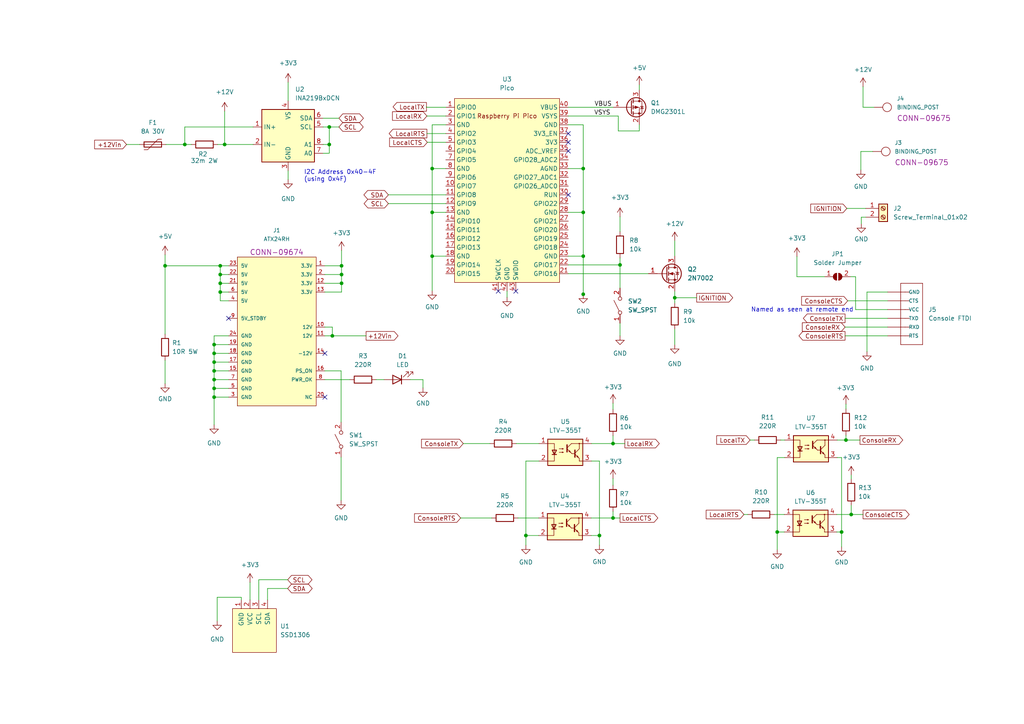
<source format=kicad_sch>
(kicad_sch (version 20211123) (generator eeschema)
  (paper "A4")
  (lib_symbols
    (symbol "+3V3_1" (power) (pin_names (offset 0))
      (property "Value" "+3V3_1" (at 0 3.556 0))
      (symbol "+3V3_1_0_1"
        (polyline (pts (xy -0.762 1.27) (xy 0 2.54)))
        (polyline (pts (xy 0 0) (xy 0 2.54)))
        (polyline (pts (xy 0 2.54) (xy 0.762 1.27)))
      )
      (symbol "+3V3_1_1_1"
        (pin power_in line (at 0 0 90) (length 0) hide (name "+3V3") (number "1"))
      )
    )
    (symbol "Analog_ADC:INA219BxDCN"
      (property "Reference" "U" (at -6.35 8.89 0))
      (property "Value" "INA219BxDCN" (at 6.35 8.89 0))
      (symbol "INA219BxDCN_0_1"
        (rectangle (start -7.62 7.62) (end 7.62 -7.62) (stroke (width 0.254)) (fill (type background)))
      )
      (symbol "INA219BxDCN_1_1"
        (pin input line (at -10.16 2.54 0) (length 2.54) (name "IN+") (number "1"))
        (pin input line (at -10.16 -2.54 0) (length 2.54) (name "IN-") (number "2"))
        (pin power_in line (at 0 -10.16 90) (length 2.54) (name "GND") (number "3"))
        (pin power_in line (at 0 10.16 270) (length 2.54) (name "VS") (number "4"))
        (pin input line (at 10.16 2.54 180) (length 2.54) (name "SCL") (number "5"))
        (pin bidirectional line (at 10.16 5.08 180) (length 2.54) (name "SDA") (number "6"))
        (pin input line (at 10.16 -5.08 180) (length 2.54) (name "A0") (number "7"))
        (pin input line (at 10.16 -2.54 180) (length 2.54) (name "A1") (number "8"))
      )
    )
    (symbol "Beirdo:FTDI_BASICPTH" (pin_numbers hide) (pin_names (offset 1.016))
      (property "Reference" "J" (at -5.08 10.922 0))
      (property "Value" "FTDI_BASICPTH" (at -5.08 -10.16 0))
      (symbol "FTDI_BASICPTH_1_0"
        (polyline (pts (xy -5.08 10.16) (xy -5.08 -7.62)))
        (polyline (pts (xy -5.08 10.16) (xy 1.27 10.16)))
        (polyline (pts (xy -1.27 -5.08) (xy 0 -5.08)))
        (polyline (pts (xy -1.27 -2.54) (xy 0 -2.54)))
        (polyline (pts (xy -1.27 0) (xy 0 0)))
        (polyline (pts (xy -1.27 2.54) (xy 0 2.54)))
        (polyline (pts (xy -1.27 5.08) (xy 0 5.08)))
        (polyline (pts (xy -1.27 7.62) (xy 0 7.62)))
        (polyline (pts (xy 1.27 -7.62) (xy -5.08 -7.62)))
        (polyline (pts (xy 1.27 -7.62) (xy 1.27 10.16)))
      )
      (symbol "FTDI_BASICPTH_1_1"
        (pin passive line (at 5.08 -5.08 180) (length 5.08) (name "GND") (number "1"))
        (pin passive line (at 5.08 -2.54 180) (length 5.08) (name "CTS") (number "2"))
        (pin passive line (at 5.08 0 180) (length 5.08) (name "VCC") (number "3"))
        (pin passive line (at 5.08 2.54 180) (length 5.08) (name "TXD") (number "4"))
        (pin passive line (at 5.08 5.08 180) (length 5.08) (name "RXD") (number "5"))
        (pin passive line (at 5.08 7.62 180) (length 5.08) (name "RTS") (number "6"))
      )
    )
    (symbol "Connector:Screw_Terminal_01x02" (pin_names (offset 1.016) hide)
      (property "Reference" "J" (at 0 2.54 0))
      (property "Value" "Screw_Terminal_01x02" (at 0 -5.08 0))
      (symbol "Screw_Terminal_01x02_1_1"
        (rectangle (start -1.27 1.27) (end 1.27 -3.81) (stroke (width 0.254)) (fill (type background)))
        (circle (center 0 -2.54) (radius 0.635) (stroke (width 0.1524)))
        (polyline (pts (xy -0.5334 -2.2098) (xy 0.3302 -3.048)) (stroke (width 0.1524)))
        (polyline (pts (xy -0.5334 0.3302) (xy 0.3302 -0.508)) (stroke (width 0.1524)))
        (polyline (pts (xy -0.3556 -2.032) (xy 0.508 -2.8702)) (stroke (width 0.1524)))
        (polyline (pts (xy -0.3556 0.508) (xy 0.508 -0.3302)) (stroke (width 0.1524)))
        (circle (center 0 0) (radius 0.635) (stroke (width 0.1524)))
        (pin passive line (at -5.08 0 0) (length 3.81) (name "Pin_1") (number "1"))
        (pin passive line (at -5.08 -2.54 0) (length 3.81) (name "Pin_2") (number "2"))
      )
    )
    (symbol "Device:LED" (pin_numbers hide) (pin_names (offset 1.016) hide)
      (property "Reference" "D" (at 0 2.54 0))
      (property "Value" "LED" (at 0 -2.54 0))
      (symbol "LED_0_1"
        (polyline (pts (xy -1.27 -1.27) (xy -1.27 1.27)) (stroke (width 0.254)))
        (polyline (pts (xy -1.27 0) (xy 1.27 0)))
        (polyline (pts (xy 1.27 -1.27) (xy 1.27 1.27) (xy -1.27 0) (xy 1.27 -1.27)) (stroke (width 0.254)))
        (polyline (pts (xy -3.048 -0.762) (xy -4.572 -2.286) (xy -3.81 -2.286) (xy -4.572 -2.286) (xy -4.572 -1.524)))
        (polyline (pts (xy -1.778 -0.762) (xy -3.302 -2.286) (xy -2.54 -2.286) (xy -3.302 -2.286) (xy -3.302 -1.524)))
      )
      (symbol "LED_1_1"
        (pin passive line (at -3.81 0 0) (length 2.54) (name "K") (number "1"))
        (pin passive line (at 3.81 0 180) (length 2.54) (name "A") (number "2"))
      )
    )
    (symbol "Device:Polyfuse" (pin_numbers hide) (pin_names (offset 0))
      (property "Reference" "F" (at -2.54 0 90))
      (property "Value" "Polyfuse" (at 2.54 0 90))
      (symbol "Polyfuse_0_1"
        (rectangle (start -0.762 2.54) (end 0.762 -2.54) (stroke (width 0.254)))
        (polyline (pts (xy 0 2.54) (xy 0 -2.54)))
        (polyline (pts (xy -1.524 2.54) (xy -1.524 1.524) (xy 1.524 -1.524) (xy 1.524 -2.54)))
      )
      (symbol "Polyfuse_1_1"
        (pin passive line (at 0 3.81 270) (length 1.27) (name "~") (number "1"))
        (pin passive line (at 0 -3.81 90) (length 1.27) (name "~") (number "2"))
      )
    )
    (symbol "Device:R" (pin_numbers hide) (pin_names (offset 0))
      (property "Reference" "R" (at 2.032 0 90))
      (property "Value" "R" (at 0 0 90))
      (symbol "R_0_1"
        (rectangle (start -1.016 -2.54) (end 1.016 2.54) (stroke (width 0.254)))
      )
      (symbol "R_1_1"
        (pin passive line (at 0 3.81 270) (length 1.27) (name "~") (number "1"))
        (pin passive line (at 0 -3.81 90) (length 1.27) (name "~") (number "2"))
      )
    )
    (symbol "GND_1" (power) (pin_names (offset 0))
      (property "Value" "GND_1" (at 0 -3.81 0))
      (symbol "GND_1_0_1"
        (polyline (pts (xy 0 0) (xy 0 -1.27) (xy 1.27 -1.27) (xy 0 -2.54) (xy -1.27 -1.27) (xy 0 -1.27)))
      )
      (symbol "GND_1_1_1"
        (pin power_in line (at 0 0 270) (length 0) hide (name "GND") (number "1"))
      )
    )
    (symbol "GND_8" (power) (pin_names (offset 0))
      (property "Value" "GND_8" (at 0 -3.81 0))
      (symbol "GND_8_0_1"
        (polyline (pts (xy 0 0) (xy 0 -1.27) (xy 1.27 -1.27) (xy 0 -2.54) (xy -1.27 -1.27) (xy 0 -1.27)))
      )
      (symbol "GND_8_1_1"
        (pin power_in line (at 0 0 270) (length 0) hide (name "GND") (number "1"))
      )
    )
    (symbol "Isolator:LTV-355T" (pin_names (offset 1.016))
      (property "Reference" "U" (at -5.334 4.826 0))
      (property "Value" "LTV-355T" (at 0 5.08 0))
      (symbol "LTV-355T_0_1"
        (rectangle (start -5.08 3.81) (end 5.08 -3.81) (stroke (width 0.254)) (fill (type background)))
        (polyline (pts (xy -3.81 -0.635) (xy -2.54 -0.635)) (stroke (width 0.254)))
        (polyline (pts (xy 0.508 1.016) (xy 1.905 -0.381)))
        (polyline (pts (xy 0.508 1.27) (xy 1.778 2.54)))
        (polyline (pts (xy 0.508 2.159) (xy 0.508 0.127)) (stroke (width 0.3556)))
        (polyline (pts (xy 1.778 2.54) (xy 5.08 2.54)))
        (polyline (pts (xy 2.794 -0.508) (xy 4.064 -1.778)))
        (polyline (pts (xy 2.794 -0.381) (xy 1.905 -0.381)))
        (polyline (pts (xy 2.794 -0.254) (xy 4.064 1.016)))
        (polyline (pts (xy 4.064 -2.54) (xy 5.08 -2.54)))
        (polyline (pts (xy 4.064 -1.778) (xy 4.064 -2.54)))
        (polyline (pts (xy 4.064 1.016) (xy 4.064 2.54)))
        (polyline (pts (xy -5.08 2.54) (xy -3.175 2.54) (xy -3.175 -0.762)))
        (polyline (pts (xy -3.175 -0.635) (xy -3.175 -2.54) (xy -5.08 -2.54)))
        (polyline (pts (xy 2.794 0.635) (xy 2.794 -1.397) (xy 2.794 -1.397)) (stroke (width 0.3556)))
        (polyline (pts (xy -3.175 -0.635) (xy -3.81 0.635) (xy -2.54 0.635) (xy -3.175 -0.635)) (stroke (width 0.254)))
        (polyline (pts (xy 1.524 0) (xy 1.27 0.508) (xy 1.016 0.254) (xy 1.524 0)))
        (polyline (pts (xy 3.81 -1.524) (xy 3.556 -1.016) (xy 3.302 -1.27) (xy 3.81 -1.524)))
        (polyline (pts (xy -1.778 0) (xy -0.508 0) (xy -0.889 -0.127) (xy -0.889 0.127) (xy -0.508 0)))
        (polyline (pts (xy -1.778 1.016) (xy -0.508 1.016) (xy -0.889 0.889) (xy -0.889 1.143) (xy -0.508 1.016)))
        (circle (center 4.064 2.54) (radius 0.127))
      )
      (symbol "LTV-355T_1_1"
        (pin passive line (at -7.62 2.54 0) (length 2.54) (name "~") (number "1"))
        (pin passive line (at -7.62 -2.54 0) (length 2.54) (name "~") (number "2"))
        (pin passive line (at 7.62 -2.54 180) (length 2.54) (name "~") (number "3"))
        (pin passive line (at 7.62 2.54 180) (length 2.54) (name "~") (number "4"))
      )
    )
    (symbol "Jumper:SolderJumper_2_Open" (pin_names (offset 0) hide)
      (property "Reference" "JP" (at 0 2.032 0))
      (property "Value" "SolderJumper_2_Open" (at 0 -2.54 0))
      (symbol "SolderJumper_2_Open_0_1"
        (arc (start -0.254 1.016) (mid -1.27 0) (end -0.254 -1.016))
        (arc (start -0.254 1.016) (mid -1.27 0) (end -0.254 -1.016) (fill (type outline)))
        (polyline (pts (xy -0.254 1.016) (xy -0.254 -1.016)))
        (polyline (pts (xy 0.254 1.016) (xy 0.254 -1.016)))
        (arc (start 0.254 -1.016) (mid 1.27 0) (end 0.254 1.016))
        (arc (start 0.254 -1.016) (mid 1.27 0) (end 0.254 1.016) (fill (type outline)))
      )
      (symbol "SolderJumper_2_Open_1_1"
        (pin passive line (at -3.81 0 0) (length 2.54) (name "A") (number "1"))
        (pin passive line (at 3.81 0 180) (length 2.54) (name "B") (number "2"))
      )
    )
    (symbol "MCU_RaspberryPi_and_Boards:Pico"
      (property "Reference" "U" (at -13.97 27.94 0))
      (property "Value" "Pico" (at 0 19.05 0))
      (symbol "Pico_0_0"
        (text "Raspberry Pi Pico" (at 0 21.59 0) (effects (font (size 1.27 1.27))))
      )
      (symbol "Pico_0_1"
        (rectangle (start -15.24 26.67) (end 15.24 -26.67) (fill (type background)))
      )
      (symbol "Pico_1_1"
        (pin bidirectional line (at -17.78 24.13 0) (length 2.54) (name "GPIO0") (number "1"))
        (pin bidirectional line (at -17.78 1.27 0) (length 2.54) (name "GPIO7") (number "10"))
        (pin bidirectional line (at -17.78 -1.27 0) (length 2.54) (name "GPIO8") (number "11"))
        (pin bidirectional line (at -17.78 -3.81 0) (length 2.54) (name "GPIO9") (number "12"))
        (pin power_in line (at -17.78 -6.35 0) (length 2.54) (name "GND") (number "13"))
        (pin bidirectional line (at -17.78 -8.89 0) (length 2.54) (name "GPIO10") (number "14"))
        (pin bidirectional line (at -17.78 -11.43 0) (length 2.54) (name "GPIO11") (number "15"))
        (pin bidirectional line (at -17.78 -13.97 0) (length 2.54) (name "GPIO12") (number "16"))
        (pin bidirectional line (at -17.78 -16.51 0) (length 2.54) (name "GPIO13") (number "17"))
        (pin power_in line (at -17.78 -19.05 0) (length 2.54) (name "GND") (number "18"))
        (pin bidirectional line (at -17.78 -21.59 0) (length 2.54) (name "GPIO14") (number "19"))
        (pin bidirectional line (at -17.78 21.59 0) (length 2.54) (name "GPIO1") (number "2"))
        (pin bidirectional line (at -17.78 -24.13 0) (length 2.54) (name "GPIO15") (number "20"))
        (pin bidirectional line (at 17.78 -24.13 180) (length 2.54) (name "GPIO16") (number "21"))
        (pin bidirectional line (at 17.78 -21.59 180) (length 2.54) (name "GPIO17") (number "22"))
        (pin power_in line (at 17.78 -19.05 180) (length 2.54) (name "GND") (number "23"))
        (pin bidirectional line (at 17.78 -16.51 180) (length 2.54) (name "GPIO18") (number "24"))
        (pin bidirectional line (at 17.78 -13.97 180) (length 2.54) (name "GPIO19") (number "25"))
        (pin bidirectional line (at 17.78 -11.43 180) (length 2.54) (name "GPIO20") (number "26"))
        (pin bidirectional line (at 17.78 -8.89 180) (length 2.54) (name "GPIO21") (number "27"))
        (pin power_in line (at 17.78 -6.35 180) (length 2.54) (name "GND") (number "28"))
        (pin bidirectional line (at 17.78 -3.81 180) (length 2.54) (name "GPIO22") (number "29"))
        (pin power_in line (at -17.78 19.05 0) (length 2.54) (name "GND") (number "3"))
        (pin input line (at 17.78 -1.27 180) (length 2.54) (name "RUN") (number "30"))
        (pin bidirectional line (at 17.78 1.27 180) (length 2.54) (name "GPIO26_ADC0") (number "31"))
        (pin bidirectional line (at 17.78 3.81 180) (length 2.54) (name "GPIO27_ADC1") (number "32"))
        (pin power_in line (at 17.78 6.35 180) (length 2.54) (name "AGND") (number "33"))
        (pin bidirectional line (at 17.78 8.89 180) (length 2.54) (name "GPIO28_ADC2") (number "34"))
        (pin power_in line (at 17.78 11.43 180) (length 2.54) (name "ADC_VREF") (number "35"))
        (pin power_in line (at 17.78 13.97 180) (length 2.54) (name "3V3") (number "36"))
        (pin input line (at 17.78 16.51 180) (length 2.54) (name "3V3_EN") (number "37"))
        (pin bidirectional line (at 17.78 19.05 180) (length 2.54) (name "GND") (number "38"))
        (pin power_in line (at 17.78 21.59 180) (length 2.54) (name "VSYS") (number "39"))
        (pin bidirectional line (at -17.78 16.51 0) (length 2.54) (name "GPIO2") (number "4"))
        (pin power_in line (at 17.78 24.13 180) (length 2.54) (name "VBUS") (number "40"))
        (pin input line (at -2.54 -29.21 90) (length 2.54) (name "SWCLK") (number "41"))
        (pin power_in line (at 0 -29.21 90) (length 2.54) (name "GND") (number "42"))
        (pin bidirectional line (at 2.54 -29.21 90) (length 2.54) (name "SWDIO") (number "43"))
        (pin bidirectional line (at -17.78 13.97 0) (length 2.54) (name "GPIO3") (number "5"))
        (pin bidirectional line (at -17.78 11.43 0) (length 2.54) (name "GPIO4") (number "6"))
        (pin bidirectional line (at -17.78 8.89 0) (length 2.54) (name "GPIO5") (number "7"))
        (pin power_in line (at -17.78 6.35 0) (length 2.54) (name "GND") (number "8"))
        (pin bidirectional line (at -17.78 3.81 0) (length 2.54) (name "GPIO6") (number "9"))
      )
    )
    (symbol "SSD1306-128x64_OLED:SSD1306" (pin_names (offset 1.016))
      (property "Reference" "Brd" (at 0 -3.81 0))
      (property "Value" "SSD1306" (at 0 -1.27 0))
      (symbol "SSD1306_0_1"
        (rectangle (start -6.35 6.35) (end 6.35 -6.35) (fill (type background)))
      )
      (symbol "SSD1306_1_1"
        (pin input line (at -3.81 8.89 270) (length 2.54) (name "GND") (number "1"))
        (pin input line (at -1.27 8.89 270) (length 2.54) (name "VCC") (number "2"))
        (pin input line (at 1.27 8.89 270) (length 2.54) (name "SCL") (number "3"))
        (pin input line (at 3.81 8.89 270) (length 2.54) (name "SDA") (number "4"))
      )
    )
    (symbol "SparkFun-Connectors:ATX24RH" (pin_names (offset 1.016))
      (property "Reference" "J" (at -11.43 21.59 0))
      (property "Value" "ATX24RH" (at -11.43 -25.4 0))
      (property "Field4" "CONN-09674" (at 0 25.4 0))
      (symbol "ATX24RH_1_1"
        (polyline (pts (xy -11.43 -22.86) (xy -11.43 20.32) (xy 11.43 20.32) (xy 11.43 -22.86) (xy -11.43 -22.86)) (fill (type background)))
        (pin bidirectional line (at 13.97 17.78 180) (length 2.54) (name "3.3V") (number "1"))
        (pin bidirectional line (at 13.97 0 180) (length 2.54) (name "12V") (number "10"))
        (pin bidirectional line (at 13.97 -2.54 180) (length 2.54) (name "12V") (number "11"))
        (pin bidirectional line (at 13.97 12.7 180) (length 2.54) (name "3.3V") (number "12"))
        (pin bidirectional line (at 13.97 10.16 180) (length 2.54) (name "3.3V") (number "13"))
        (pin bidirectional line (at 13.97 -7.62 180) (length 2.54) (name "-12V") (number "14"))
        (pin bidirectional line (at -13.97 -12.7 0) (length 2.54) (name "GND") (number "15"))
        (pin bidirectional line (at 13.97 -12.7 180) (length 2.54) (name "PS_ON") (number "16"))
        (pin bidirectional line (at -13.97 -10.16 0) (length 2.54) (name "GND") (number "17"))
        (pin bidirectional line (at -13.97 -7.62 0) (length 2.54) (name "GND") (number "18"))
        (pin bidirectional line (at -13.97 -5.08 0) (length 2.54) (name "GND") (number "19"))
        (pin bidirectional line (at 13.97 15.24 180) (length 2.54) (name "3.3V") (number "2"))
        (pin bidirectional line (at 13.97 -20.32 180) (length 2.54) (name "NC") (number "20"))
        (pin bidirectional line (at -13.97 12.7 0) (length 2.54) (name "5V") (number "21"))
        (pin bidirectional line (at -13.97 15.24 0) (length 2.54) (name "5V") (number "22"))
        (pin bidirectional line (at -13.97 17.78 0) (length 2.54) (name "5V") (number "23"))
        (pin bidirectional line (at -13.97 -2.54 0) (length 2.54) (name "GND") (number "24"))
        (pin bidirectional line (at -13.97 -20.32 0) (length 2.54) (name "GND") (number "3"))
        (pin bidirectional line (at -13.97 7.62 0) (length 2.54) (name "5V") (number "4"))
        (pin bidirectional line (at -13.97 -17.78 0) (length 2.54) (name "GND") (number "5"))
        (pin bidirectional line (at -13.97 10.16 0) (length 2.54) (name "5V") (number "6"))
        (pin bidirectional line (at -13.97 -15.24 0) (length 2.54) (name "GND") (number "7"))
        (pin bidirectional line (at 13.97 -15.24 180) (length 2.54) (name "PWR_OK") (number "8"))
        (pin bidirectional line (at -13.97 2.54 0) (length 2.54) (name "5V_STDBY") (number "9"))
      )
    )
    (symbol "SparkFun-Connectors:BINDING_POST" (pin_numbers hide) (pin_names (offset 1.016) hide)
      (property "Reference" "J" (at -2.54 2.54 0))
      (property "Value" "BINDING_POST" (at -2.54 -3.81 0))
      (property "Field4" "CONN-09675" (at 0 6.35 0))
      (symbol "BINDING_POST_1_1"
        (circle (center 0 0) (radius 1.27))
        (pin bidirectional line (at -3.81 0 0) (length 2.54) (name "P$1") (number "P$1"))
      )
    )
    (symbol "Switch:SW_SPST" (pin_names (offset 0) hide)
      (property "Reference" "SW" (at 0 3.175 0))
      (property "Value" "SW_SPST" (at 0 -2.54 0))
      (symbol "SW_SPST_0_0"
        (circle (center -2.032 0) (radius 0.508))
        (polyline (pts (xy -1.524 0.254) (xy 1.524 1.778)))
        (circle (center 2.032 0) (radius 0.508))
      )
      (symbol "SW_SPST_1_1"
        (pin passive line (at -5.08 0 0) (length 2.54) (name "A") (number "1"))
        (pin passive line (at 5.08 0 180) (length 2.54) (name "B") (number "2"))
      )
    )
    (symbol "Transistor_FET:2N7002" (pin_names hide)
      (property "Reference" "Q" (at 5.08 1.905 0))
      (property "Value" "2N7002" (at 5.08 0 0))
      (symbol "2N7002_0_1"
        (polyline (pts (xy 0.254 0) (xy -2.54 0)))
        (polyline (pts (xy 0.254 1.905) (xy 0.254 -1.905)) (stroke (width 0.254)))
        (polyline (pts (xy 0.762 -1.27) (xy 0.762 -2.286)) (stroke (width 0.254)))
        (polyline (pts (xy 0.762 0.508) (xy 0.762 -0.508)) (stroke (width 0.254)))
        (polyline (pts (xy 0.762 2.286) (xy 0.762 1.27)) (stroke (width 0.254)))
        (polyline (pts (xy 2.54 2.54) (xy 2.54 1.778)))
        (polyline (pts (xy 2.54 -2.54) (xy 2.54 0) (xy 0.762 0)))
        (polyline (pts (xy 0.762 -1.778) (xy 3.302 -1.778) (xy 3.302 1.778) (xy 0.762 1.778)))
        (polyline (pts (xy 1.016 0) (xy 2.032 0.381) (xy 2.032 -0.381) (xy 1.016 0)) (fill (type outline)))
        (polyline (pts (xy 2.794 0.508) (xy 2.921 0.381) (xy 3.683 0.381) (xy 3.81 0.254)))
        (polyline (pts (xy 3.302 0.381) (xy 2.921 -0.254) (xy 3.683 -0.254) (xy 3.302 0.381)))
        (circle (center 1.651 0) (radius 2.794) (stroke (width 0.254)))
        (circle (center 2.54 -1.778) (radius 0.254) (fill (type outline)))
        (circle (center 2.54 1.778) (radius 0.254) (fill (type outline)))
      )
      (symbol "2N7002_1_1"
        (pin input line (at -5.08 0 0) (length 2.54) (name "G") (number "1"))
        (pin passive line (at 2.54 -5.08 90) (length 2.54) (name "S") (number "2"))
        (pin passive line (at 2.54 5.08 270) (length 2.54) (name "D") (number "3"))
      )
    )
    (symbol "Transistor_FET:DMG2301L" (pin_names hide)
      (property "Reference" "Q" (at 5.08 1.905 0))
      (property "Value" "DMG2301L" (at 5.08 0 0))
      (symbol "DMG2301L_0_1"
        (polyline (pts (xy 0.254 0) (xy -2.54 0)))
        (polyline (pts (xy 0.254 1.905) (xy 0.254 -1.905)) (stroke (width 0.254)))
        (polyline (pts (xy 0.762 -1.27) (xy 0.762 -2.286)) (stroke (width 0.254)))
        (polyline (pts (xy 0.762 0.508) (xy 0.762 -0.508)) (stroke (width 0.254)))
        (polyline (pts (xy 0.762 2.286) (xy 0.762 1.27)) (stroke (width 0.254)))
        (polyline (pts (xy 2.54 2.54) (xy 2.54 1.778)))
        (polyline (pts (xy 2.54 -2.54) (xy 2.54 0) (xy 0.762 0)))
        (polyline (pts (xy 0.762 1.778) (xy 3.302 1.778) (xy 3.302 -1.778) (xy 0.762 -1.778)))
        (polyline (pts (xy 2.286 0) (xy 1.27 0.381) (xy 1.27 -0.381) (xy 2.286 0)) (fill (type outline)))
        (polyline (pts (xy 2.794 -0.508) (xy 2.921 -0.381) (xy 3.683 -0.381) (xy 3.81 -0.254)))
        (polyline (pts (xy 3.302 -0.381) (xy 2.921 0.254) (xy 3.683 0.254) (xy 3.302 -0.381)))
        (circle (center 1.651 0) (radius 2.794) (stroke (width 0.254)))
        (circle (center 2.54 -1.778) (radius 0.254) (fill (type outline)))
        (circle (center 2.54 1.778) (radius 0.254) (fill (type outline)))
      )
      (symbol "DMG2301L_1_1"
        (pin input line (at -5.08 0 0) (length 2.54) (name "G") (number "1"))
        (pin passive line (at 2.54 -5.08 90) (length 2.54) (name "S") (number "2"))
        (pin passive line (at 2.54 5.08 270) (length 2.54) (name "D") (number "3"))
      )
    )
    (symbol "power:+12V" (power) (pin_names (offset 0))
      (property "Value" "+12V" (at 0 3.556 0))
      (symbol "+12V_0_1"
        (polyline (pts (xy -0.762 1.27) (xy 0 2.54)))
        (polyline (pts (xy 0 0) (xy 0 2.54)))
        (polyline (pts (xy 0 2.54) (xy 0.762 1.27)))
      )
      (symbol "+12V_1_1"
        (pin power_in line (at 0 0 90) (length 0) hide (name "+12V") (number "1"))
      )
    )
    (symbol "power:+3V3" (power) (pin_names (offset 0))
      (property "Value" "+3V3" (at 0 3.556 0))
      (symbol "+3V3_0_1"
        (polyline (pts (xy -0.762 1.27) (xy 0 2.54)))
        (polyline (pts (xy 0 0) (xy 0 2.54)))
        (polyline (pts (xy 0 2.54) (xy 0.762 1.27)))
      )
      (symbol "+3V3_1_1"
        (pin power_in line (at 0 0 90) (length 0) hide (name "+3V3") (number "1"))
      )
    )
    (symbol "power:+5V" (power) (pin_names (offset 0))
      (property "Value" "+5V" (at 0 3.556 0))
      (symbol "+5V_0_1"
        (polyline (pts (xy -0.762 1.27) (xy 0 2.54)))
        (polyline (pts (xy 0 0) (xy 0 2.54)))
        (polyline (pts (xy 0 2.54) (xy 0.762 1.27)))
      )
      (symbol "+5V_1_1"
        (pin power_in line (at 0 0 90) (length 0) hide (name "+5V") (number "1"))
      )
    )
    (symbol "power:GND" (power) (pin_names (offset 0))
      (property "Value" "GND" (at 0 -3.81 0))
      (symbol "GND_0_1"
        (polyline (pts (xy 0 0) (xy 0 -1.27) (xy 1.27 -1.27) (xy 0 -2.54) (xy -1.27 -1.27) (xy 0 -1.27)))
      )
      (symbol "GND_1_1"
        (pin power_in line (at 0 0 270) (length 0) hide (name "GND") (number "1"))
      )
    )
  )
  (junction (at 246.888 149.225))
  (junction (at 99.06 79.629))
  (junction (at 173.863 155.321))
  (junction (at 95.504 41.91))
  (junction (at 63.881 84.709))
  (junction (at 63.881 77.089))
  (junction (at 99.06 77.089))
  (junction (at 125.349 48.895))
  (junction (at 179.832 76.835))
  (junction (at 177.8 150.241))
  (junction (at 47.879 77.089))
  (junction (at 125.349 61.595))
  (junction (at 63.881 79.629))
  (junction (at 95.504 36.83))
  (junction (at 62.103 107.569))
  (junction (at 62.103 112.649))
  (junction (at 62.103 105.029))
  (junction (at 195.707 86.36))
  (junction (at 244.094 154.305))
  (junction (at 62.103 99.949))
  (junction (at 62.103 110.109))
  (junction (at 53.594 41.91))
  (junction (at 245.364 127.635))
  (junction (at 96.393 97.409))
  (junction (at 152.527 155.321))
  (junction (at 225.425 154.305))
  (junction (at 62.103 115.189))
  (junction (at 169.164 61.595))
  (junction (at 169.164 74.295))
  (junction (at 169.164 48.895))
  (junction (at 177.8 128.651))
  (junction (at 169.164 85.344))
  (junction (at 99.06 82.169))
  (junction (at 62.103 102.489))
  (junction (at 63.881 82.169))
  (junction (at 65.151 41.91))
  (junction (at 125.349 74.295))
  (no_connect (at 164.846 43.815))
  (no_connect (at 149.606 84.455))
  (no_connect (at 164.846 38.735))
  (no_connect (at 66.294 92.329))
  (no_connect (at 164.846 56.515))
  (no_connect (at 94.234 102.489))
  (no_connect (at 164.846 41.275))
  (no_connect (at 94.234 115.189))
  (no_connect (at 144.526 84.455))
  (wire (pts (xy 173.863 133.731) (xy 173.863 155.321)))
  (wire (pts (xy 123.952 41.275) (xy 129.286 41.275)))
  (wire (pts (xy 94.234 77.089) (xy 99.06 77.089)))
  (wire (pts (xy 164.846 79.375) (xy 188.087 79.375)))
  (wire (pts (xy 98.933 107.569) (xy 94.234 107.569)))
  (wire (pts (xy 248.158 89.789) (xy 248.158 80.264)))
  (wire (pts (xy 179.324 37.973) (xy 185.42 37.973)))
  (wire (pts (xy 239.141 80.264) (xy 231.14 80.264)))
  (wire (pts (xy 250.317 25.146) (xy 250.317 31.115)))
  (wire (pts (xy 171.577 133.731) (xy 173.863 133.731)))
  (wire (pts (xy 99.06 79.629) (xy 99.06 82.169)))
  (wire (pts (xy 95.504 44.45) (xy 95.504 41.91)))
  (wire (pts (xy 122.682 110.109) (xy 118.999 110.109)))
  (wire (pts (xy 125.349 36.195) (xy 125.349 48.895)))
  (wire (pts (xy 245.11 94.869) (xy 257.429 94.869)))
  (wire (pts (xy 152.527 155.321) (xy 152.527 133.731)))
  (wire (pts (xy 95.504 41.91) (xy 95.504 36.83)))
  (wire (pts (xy 94.234 82.169) (xy 99.06 82.169)))
  (wire (pts (xy 169.164 85.471) (xy 169.164 85.344)))
  (wire (pts (xy 246.888 149.225) (xy 250.317 149.225)))
  (wire (pts (xy 62.103 107.569) (xy 66.294 107.569)))
  (wire (pts (xy 225.425 154.305) (xy 227.457 154.305)))
  (wire (pts (xy 242.697 149.225) (xy 246.888 149.225)))
  (wire (pts (xy 152.527 158.115) (xy 152.527 155.321)))
  (wire (pts (xy 225.425 132.715) (xy 227.584 132.715)))
  (wire (pts (xy 53.594 41.91) (xy 55.499 41.91)))
  (wire (pts (xy 224.536 149.225) (xy 227.457 149.225)))
  (wire (pts (xy 246.888 149.225) (xy 246.888 146.558)))
  (wire (pts (xy 93.726 36.83) (xy 95.504 36.83)))
  (wire (pts (xy 125.349 74.295) (xy 125.349 84.328)))
  (wire (pts (xy 129.286 48.895) (xy 125.349 48.895)))
  (wire (pts (xy 47.879 96.901) (xy 47.879 77.089)))
  (wire (pts (xy 94.234 97.409) (xy 96.393 97.409)))
  (wire (pts (xy 66.294 79.629) (xy 63.881 79.629)))
  (wire (pts (xy 62.103 115.189) (xy 62.103 112.649)))
  (wire (pts (xy 195.707 84.455) (xy 195.707 86.36)))
  (wire (pts (xy 75.057 173.99) (xy 75.057 168.148)))
  (wire (pts (xy 63.881 77.089) (xy 66.294 77.089)))
  (wire (pts (xy 242.697 154.305) (xy 244.094 154.305)))
  (wire (pts (xy 246.888 137.795) (xy 246.888 138.938)))
  (wire (pts (xy 242.824 132.715) (xy 244.094 132.715)))
  (wire (pts (xy 251.46 84.709) (xy 257.429 84.709)))
  (wire (pts (xy 69.977 173.99) (xy 69.977 173.228)))
  (wire (pts (xy 94.234 84.709) (xy 99.06 84.709)))
  (wire (pts (xy 133.604 150.241) (xy 142.621 150.241)))
  (wire (pts (xy 179.324 33.655) (xy 179.324 37.973)))
  (wire (pts (xy 179.832 93.726) (xy 179.832 97.409)))
  (wire (pts (xy 94.234 110.109) (xy 101.473 110.109)))
  (wire (pts (xy 249.682 49.276) (xy 249.682 43.942)))
  (wire (pts (xy 109.093 110.109) (xy 111.379 110.109)))
  (wire (pts (xy 77.597 170.688) (xy 77.597 173.99)))
  (wire (pts (xy 177.8 138.811) (xy 177.8 140.716)))
  (wire (pts (xy 244.094 132.715) (xy 244.094 154.305)))
  (wire (pts (xy 99.06 77.089) (xy 99.06 79.629)))
  (wire (pts (xy 242.824 127.635) (xy 245.364 127.635)))
  (wire (pts (xy 245.11 97.409) (xy 257.429 97.409)))
  (wire (pts (xy 62.103 99.949) (xy 62.103 97.409)))
  (wire (pts (xy 185.42 24.638) (xy 185.42 26.035)))
  (wire (pts (xy 123.698 30.988) (xy 123.698 31.115)))
  (wire (pts (xy 53.594 36.83) (xy 53.594 41.91)))
  (wire (pts (xy 169.164 74.295) (xy 169.164 61.595)))
  (wire (pts (xy 129.286 31.115) (xy 123.698 31.115)))
  (wire (pts (xy 63.881 84.709) (xy 63.881 87.249)))
  (wire (pts (xy 96.393 94.869) (xy 96.393 97.409)))
  (wire (pts (xy 181.229 128.651) (xy 177.8 128.651)))
  (wire (pts (xy 164.846 74.295) (xy 169.164 74.295)))
  (wire (pts (xy 245.364 127.635) (xy 249.428 127.635)))
  (wire (pts (xy 250.317 31.115) (xy 253.492 31.115)))
  (wire (pts (xy 171.45 150.241) (xy 177.8 150.241)))
  (wire (pts (xy 173.863 155.321) (xy 173.863 158.115)))
  (wire (pts (xy 169.164 36.195) (xy 169.164 48.895)))
  (wire (pts (xy 93.726 44.45) (xy 95.504 44.45)))
  (wire (pts (xy 195.707 86.36) (xy 202.057 86.36)))
  (wire (pts (xy 179.832 74.803) (xy 179.832 76.835)))
  (wire (pts (xy 48.133 41.91) (xy 53.594 41.91)))
  (wire (pts (xy 63.881 82.169) (xy 63.881 84.709)))
  (wire (pts (xy 47.879 73.914) (xy 47.879 77.089)))
  (wire (pts (xy 99.06 72.644) (xy 99.06 77.089)))
  (wire (pts (xy 93.726 41.91) (xy 95.504 41.91)))
  (wire (pts (xy 244.094 154.305) (xy 244.094 158.623)))
  (wire (pts (xy 195.707 69.85) (xy 195.707 74.295)))
  (wire (pts (xy 249.809 62.992) (xy 251.079 62.992)))
  (wire (pts (xy 152.527 133.731) (xy 156.337 133.731)))
  (wire (pts (xy 62.103 112.649) (xy 66.294 112.649)))
  (wire (pts (xy 95.504 36.83) (xy 98.298 36.83)))
  (wire (pts (xy 62.103 105.029) (xy 62.103 102.489)))
  (wire (pts (xy 62.103 105.029) (xy 66.294 105.029)))
  (wire (pts (xy 245.364 117.221) (xy 245.364 118.618)))
  (wire (pts (xy 47.879 104.521) (xy 47.879 111.252)))
  (wire (pts (xy 93.726 34.29) (xy 98.298 34.29)))
  (wire (pts (xy 94.234 79.629) (xy 99.06 79.629)))
  (wire (pts (xy 147.066 84.455) (xy 147.066 86.233)))
  (wire (pts (xy 47.879 77.089) (xy 63.881 77.089)))
  (wire (pts (xy 164.846 48.895) (xy 169.164 48.895)))
  (wire (pts (xy 177.8 150.241) (xy 179.832 150.241)))
  (wire (pts (xy 177.8 148.336) (xy 177.8 150.241)))
  (wire (pts (xy 248.158 89.789) (xy 257.429 89.789)))
  (wire (pts (xy 125.349 61.595) (xy 125.349 74.295)))
  (wire (pts (xy 62.992 173.228) (xy 62.992 180.086)))
  (wire (pts (xy 177.8 126.365) (xy 177.8 128.651)))
  (wire (pts (xy 169.164 85.344) (xy 169.164 74.295)))
  (wire (pts (xy 125.349 48.895) (xy 125.349 61.595)))
  (wire (pts (xy 62.103 107.569) (xy 62.103 105.029)))
  (wire (pts (xy 164.846 31.115) (xy 177.8 31.115)))
  (wire (pts (xy 66.294 84.709) (xy 63.881 84.709)))
  (wire (pts (xy 62.103 102.489) (xy 62.103 99.949)))
  (wire (pts (xy 225.425 159.385) (xy 225.425 154.305)))
  (wire (pts (xy 149.733 128.651) (xy 156.337 128.651)))
  (wire (pts (xy 63.881 79.629) (xy 63.881 77.089)))
  (wire (pts (xy 150.241 150.241) (xy 156.21 150.241)))
  (wire (pts (xy 134.366 128.651) (xy 142.113 128.651)))
  (wire (pts (xy 129.286 61.595) (xy 125.349 61.595)))
  (wire (pts (xy 123.825 38.735) (xy 129.286 38.735)))
  (wire (pts (xy 129.286 74.295) (xy 125.349 74.295)))
  (wire (pts (xy 62.103 110.109) (xy 66.294 110.109)))
  (wire (pts (xy 215.773 149.225) (xy 216.916 149.225)))
  (wire (pts (xy 245.11 92.329) (xy 257.429 92.329)))
  (wire (pts (xy 217.551 127.635) (xy 218.821 127.635)))
  (wire (pts (xy 53.594 36.83) (xy 73.406 36.83)))
  (wire (pts (xy 171.577 128.651) (xy 177.8 128.651)))
  (wire (pts (xy 169.164 48.895) (xy 169.164 61.595)))
  (wire (pts (xy 62.103 102.489) (xy 66.294 102.489)))
  (wire (pts (xy 177.8 116.967) (xy 177.8 118.745)))
  (wire (pts (xy 249.682 43.942) (xy 253.111 43.942)))
  (wire (pts (xy 65.151 32.258) (xy 65.151 41.91)))
  (wire (pts (xy 98.933 107.569) (xy 98.933 122.428)))
  (wire (pts (xy 36.703 41.91) (xy 40.513 41.91)))
  (wire (pts (xy 171.45 155.321) (xy 173.863 155.321)))
  (wire (pts (xy 123.825 33.655) (xy 129.286 33.655)))
  (wire (pts (xy 72.517 168.91) (xy 72.517 173.99)))
  (wire (pts (xy 164.846 36.195) (xy 169.164 36.195)))
  (wire (pts (xy 62.103 123.19) (xy 62.103 115.189)))
  (wire (pts (xy 225.425 154.305) (xy 225.425 132.715)))
  (wire (pts (xy 169.164 61.595) (xy 164.846 61.595)))
  (wire (pts (xy 99.06 82.169) (xy 99.06 84.709)))
  (wire (pts (xy 245.872 87.249) (xy 257.429 87.249)))
  (wire (pts (xy 231.14 74.422) (xy 231.14 80.264)))
  (wire (pts (xy 62.103 112.649) (xy 62.103 110.109)))
  (wire (pts (xy 129.286 36.195) (xy 125.349 36.195)))
  (wire (pts (xy 63.881 79.629) (xy 63.881 82.169)))
  (wire (pts (xy 245.618 60.452) (xy 251.079 60.452)))
  (wire (pts (xy 94.234 94.869) (xy 96.393 94.869)))
  (wire (pts (xy 63.881 82.169) (xy 66.294 82.169)))
  (wire (pts (xy 69.977 173.228) (xy 62.992 173.228)))
  (wire (pts (xy 96.393 97.409) (xy 106.172 97.409)))
  (wire (pts (xy 63.119 41.91) (xy 65.151 41.91)))
  (wire (pts (xy 75.057 168.148) (xy 83.439 168.148)))
  (wire (pts (xy 112.649 59.055) (xy 129.286 59.055)))
  (wire (pts (xy 179.832 62.865) (xy 179.832 67.183)))
  (wire (pts (xy 245.364 126.238) (xy 245.364 127.635)))
  (wire (pts (xy 164.846 33.655) (xy 179.324 33.655)))
  (wire (pts (xy 179.832 76.835) (xy 179.832 83.566)))
  (wire (pts (xy 98.933 132.588) (xy 98.933 145.161)))
  (wire (pts (xy 62.103 97.409) (xy 66.294 97.409)))
  (wire (pts (xy 195.707 95.504) (xy 195.707 99.949)))
  (wire (pts (xy 112.649 56.515) (xy 129.286 56.515)))
  (wire (pts (xy 62.103 110.109) (xy 62.103 107.569)))
  (wire (pts (xy 83.566 49.53) (xy 83.566 52.07)))
  (wire (pts (xy 83.566 23.876) (xy 83.566 29.21)))
  (wire (pts (xy 65.151 41.91) (xy 73.406 41.91)))
  (wire (pts (xy 122.682 112.522) (xy 122.682 110.109)))
  (wire (pts (xy 164.846 76.835) (xy 179.832 76.835)))
  (wire (pts (xy 249.809 64.897) (xy 249.809 62.992)))
  (wire (pts (xy 77.597 170.688) (xy 83.439 170.688)))
  (wire (pts (xy 62.103 99.949) (xy 66.294 99.949)))
  (wire (pts (xy 66.294 87.249) (xy 63.881 87.249)))
  (wire (pts (xy 226.441 127.635) (xy 227.584 127.635)))
  (wire (pts (xy 195.707 86.36) (xy 195.707 87.884)))
  (wire (pts (xy 185.42 36.195) (xy 185.42 37.973)))
  (wire (pts (xy 62.103 115.189) (xy 66.294 115.189)))
  (wire (pts (xy 251.46 101.981) (xy 251.46 84.709)))
  (wire (pts (xy 248.158 80.264) (xy 246.761 80.264)))
  (wire (pts (xy 152.527 155.321) (xy 156.21 155.321)))
  (text "I2C Address 0x40-4F\n(using 0x4F)" (at 88.138 52.832 0) (effects (font (size 1.27 1.27)) (justify left bottom)))
  (text "Named as seen at remote end" (at 217.805 90.678 0) (effects (font (size 1.27 1.27)) (justify left bottom)))
  (label "VSYS" (at 172.2974 33.655 0))
  (label "VBUS" (at 172.3845 31.115 0))
  (global_label "SDA" (shape bidirectional) (at 112.649 56.515 180) (property "Intersheet References" "${INTERSHEET_REFS}" (effects hide)))
  (global_label "ConsoleRTS" (shape input) (at 133.604 150.241 180) (property "Intersheet References" "${INTERSHEET_REFS}" (effects hide)))
  (global_label "ConsoleTX" (shape output) (at 245.11 92.329 180) (property "Intersheet References" "${INTERSHEET_REFS}" (effects hide)))
  (global_label "LocalRTS" (shape input) (at 215.773 149.225 180) (property "Intersheet References" "${INTERSHEET_REFS}" (effects hide)))
  (global_label "LocalCTS" (shape output) (at 179.832 150.241 0) (property "Intersheet References" "${INTERSHEET_REFS}" (effects hide)))
  (global_label "+12Vin" (shape output) (at 106.172 97.409 0) (property "Intersheet References" "${INTERSHEET_REFS}" (effects hide)))
  (global_label "LocalRX" (shape output) (at 181.229 128.651 0) (property "Intersheet References" "${INTERSHEET_REFS}" (effects hide)))
  (global_label "ConsoleRTS" (shape output) (at 245.11 97.409 180) (property "Intersheet References" "${INTERSHEET_REFS}" (effects hide)))
  (global_label "LocalTX" (shape output) (at 123.698 30.988 180) (property "Intersheet References" "${INTERSHEET_REFS}" (effects hide)))
  (global_label "ConsoleRX" (shape output) (at 249.428 127.635 0) (property "Intersheet References" "${INTERSHEET_REFS}" (effects hide)))
  (global_label "ConsoleRX" (shape input) (at 245.11 94.869 180) (property "Intersheet References" "${INTERSHEET_REFS}" (effects hide)))
  (global_label "SCL" (shape bidirectional) (at 112.649 59.055 180) (property "Intersheet References" "${INTERSHEET_REFS}" (effects hide)))
  (global_label "SDA" (shape bidirectional) (at 83.439 170.688 0) (property "Intersheet References" "${INTERSHEET_REFS}" (effects hide)))
  (global_label "LocalCTS" (shape input) (at 123.952 41.275 180) (property "Intersheet References" "${INTERSHEET_REFS}" (effects hide)))
  (global_label "SCL" (shape bidirectional) (at 98.298 36.83 0) (property "Intersheet References" "${INTERSHEET_REFS}" (effects hide)))
  (global_label "+12Vin" (shape input) (at 36.703 41.91 180) (property "Intersheet References" "${INTERSHEET_REFS}" (effects hide)))
  (global_label "SCL" (shape bidirectional) (at 83.439 168.148 0) (property "Intersheet References" "${INTERSHEET_REFS}" (effects hide)))
  (global_label "ConsoleCTS" (shape output) (at 250.317 149.225 0) (property "Intersheet References" "${INTERSHEET_REFS}" (effects hide)))
  (global_label "LocalRTS" (shape output) (at 123.825 38.735 180) (property "Intersheet References" "${INTERSHEET_REFS}" (effects hide)))
  (global_label "LocalRX" (shape input) (at 123.825 33.655 180) (property "Intersheet References" "${INTERSHEET_REFS}" (effects hide)))
  (global_label "IGNITION" (shape input) (at 245.618 60.452 180) (property "Intersheet References" "${INTERSHEET_REFS}" (effects hide)))
  (global_label "LocalTX" (shape input) (at 217.551 127.635 180) (property "Intersheet References" "${INTERSHEET_REFS}" (effects hide)))
  (global_label "SDA" (shape bidirectional) (at 98.298 34.29 0) (property "Intersheet References" "${INTERSHEET_REFS}" (effects hide)))
  (global_label "ConsoleTX" (shape input) (at 134.366 128.651 180) (property "Intersheet References" "${INTERSHEET_REFS}" (effects hide)))
  (global_label "ConsoleCTS" (shape input) (at 245.872 87.249 180) (property "Intersheet References" "${INTERSHEET_REFS}" (effects hide)))
  (global_label "IGNITION" (shape output) (at 202.057 86.36 0) (property "Intersheet References" "${INTERSHEET_REFS}" (effects hide)))
  (symbol (lib_id "power:GND") (at 152.527 158.115 0) (unit 1)
    (property "Reference" "#PWR014" (effects hide))
    (property "Value" "GND" (at 152.527 163.068 0))
  )
  (symbol (lib_id "Device:R") (at 145.923 128.651 90) (unit 1)
    (property "Reference" "R4" (at 145.923 122.301 90))
    (property "Value" "220R" (at 145.923 124.841 90))
    (property "Footprint" "Resistor_SMD:R_0805_2012Metric_Pad1.20x1.40mm_HandSolder" (effects hide))
  )
  (symbol (lib_id "Isolator:LTV-355T") (at 235.077 151.765 0) (unit 1)
    (property "Reference" "U6" (at 235.077 142.875 0))
    (property "Value" "LTV-355T" (at 235.077 145.415 0))
    (property "Footprint" "Package_SO:SO-4_4.4x3.6mm_P2.54mm" (effects hide))
    (property "Datasheet" "http://optoelectronics.liteon.com/upload/download/DS70-2001-006/S_110_LTV-355T%2020140520.pdf" (effects hide))
  )
  (symbol (lib_id "Isolator:LTV-355T") (at 163.83 152.781 0) (unit 1)
    (property "Reference" "U4" (at 163.83 143.891 0))
    (property "Value" "LTV-355T" (at 163.83 146.431 0))
    (property "Footprint" "Package_SO:SO-4_4.4x3.6mm_P2.54mm" (effects hide))
    (property "Datasheet" "http://optoelectronics.liteon.com/upload/download/DS70-2001-006/S_110_LTV-355T%2020140520.pdf" (effects hide))
  )
  (symbol (lib_id "Connector:Screw_Terminal_01x02") (at 256.159 60.452 0) (unit 1)
    (property "Reference" "J2" (at 259.08 60.4519 0) (effects (justify left)))
    (property "Value" "Screw_Terminal_01x02" (at 259.08 62.9919 0) (effects (justify left)))
    (property "Footprint" "TerminalBlock:TerminalBlock_Altech_AK300-2_P5.00mm" (effects hide))
  )
  (symbol (lib_id "Device:R") (at 47.879 100.711 180) (unit 1)
    (property "Reference" "R1" (at 49.911 99.4409 0) (effects (justify right)))
    (property "Value" "10R 5W" (at 49.911 101.9809 0) (effects (justify right)))
    (property "Footprint" "UltraLibrarian:355010RFT" (effects hide))
  )
  (symbol (lib_id "Device:R") (at 179.832 70.993 0) (unit 1)
    (property "Reference" "R8" (at 182.499 69.7229 0) (effects (justify left)))
    (property "Value" "10k" (at 182.499 72.2629 0) (effects (justify left)))
    (property "Footprint" "Resistor_SMD:R_0805_2012Metric_Pad1.20x1.40mm_HandSolder" (effects hide))
  )
  (symbol (lib_id "power:+3V3") (at 177.8 116.967 0) (unit 1)
    (property "Reference" "#PWR017" (effects hide))
    (property "Value" "+3V3" (at 177.8 112.268 0))
  )
  (symbol (lib_id "power:+5V") (at 185.42 24.638 0) (unit 1)
    (property "Reference" "#PWR021" (effects hide))
    (property "Value" "+5V" (at 185.42 19.685 0))
  )
  (symbol (lib_id "SSD1306-128x64_OLED:SSD1306") (at 73.787 182.88 0) (unit 1)
    (property "Reference" "U1" (at 81.28 181.6099 0) (effects (justify left)))
    (property "Value" "SSD1306" (at 81.28 184.1499 0) (effects (justify left)))
    (property "Footprint" "KiCad-SSD1306-128x64:128x64OLED" (effects hide))
  )
  (symbol (lib_id "Device:R") (at 220.726 149.225 90) (unit 1)
    (property "Reference" "R10" (at 220.726 142.748 90))
    (property "Value" "220R" (at 220.726 145.288 90))
    (property "Footprint" "Resistor_SMD:R_0805_2012Metric_Pad1.20x1.40mm_HandSolder" (effects hide))
  )
  (symbol (lib_id "power:+5V") (at 47.879 73.914 0) (unit 1)
    (property "Reference" "#PWR01" (effects hide))
    (property "Value" "+5V" (at 47.879 68.58 0))
  )
  (symbol (lib_id "power:GND") (at 179.832 97.409 0) (unit 1)
    (property "Reference" "#PWR020" (effects hide))
    (property "Value" "GND" (at 179.832 102.489 0))
  )
  (symbol (lib_id "Device:R") (at 245.364 122.428 0) (unit 1)
    (property "Reference" "R12" (at 247.65 121.1579 0) (effects (justify left)))
    (property "Value" "10k" (at 247.65 123.6979 0) (effects (justify left)))
    (property "Footprint" "Resistor_SMD:R_0805_2012Metric_Pad1.20x1.40mm_HandSolder" (effects hide))
  )
  (symbol (lib_id "power:GND") (at 244.094 158.623 0) (unit 1)
    (property "Reference" "#PWR026" (effects hide))
    (property "Value" "GND" (at 244.094 163.068 0))
  )
  (symbol (lib_id "power:+3V3") (at 177.8 138.811 0) (unit 1)
    (property "Reference" "#PWR018" (effects hide))
    (property "Value" "+3V3" (at 177.8 133.858 0))
  )
  (symbol (lib_id "Device:Polyfuse") (at 44.323 41.91 90) (unit 1)
    (property "Reference" "F1" (at 44.323 35.56 90))
    (property "Value" "8A 30V" (at 44.323 38.1 90))
    (property "Footprint" "Fuse:Fuse_Littelfuse_372_D8.50mm" (effects hide))
  )
  (symbol (lib_id "Beirdo:FTDI_BASICPTH") (at 262.509 89.789 180) (unit 1)
    (property "Reference" "J5" (at 269.24 89.7889 0) (effects (justify right)))
    (property "Value" "Console FTDI" (at 269.24 92.3289 0) (effects (justify right)))
    (property "Footprint" "Beirdo:FTDI_BASIC" (effects hide))
  )
  (symbol (lib_id "Device:R") (at 195.707 91.694 0) (unit 1)
    (property "Reference" "R9" (at 198.12 90.4239 0) (effects (justify left)))
    (property "Value" "10k" (at 198.12 92.9639 0) (effects (justify left)))
    (property "Footprint" "Resistor_SMD:R_0805_2012Metric_Pad1.20x1.40mm_HandSolder" (effects hide))
  )
  (symbol (lib_id "Switch:SW_SPST") (at 179.832 88.646 90) (unit 1)
    (property "Reference" "SW2" (at 182.118 87.3759 90) (effects (justify right)))
    (property "Value" "SW_SPST" (at 182.118 89.9159 90) (effects (justify right)))
    (property "Footprint" "SparkFun-Switches:SWITCH_SPDT_PTH_11.6X4.0MM" (effects hide))
  )
  (symbol (lib_id "power:+3V3") (at 99.06 72.644 0) (unit 1)
    (property "Reference" "#PWR010" (effects hide))
    (property "Value" "+3V3" (at 99.06 67.564 0))
  )
  (symbol (lib_id "Device:R") (at 222.631 127.635 90) (unit 1)
    (property "Reference" "R11" (at 222.631 121.031 90))
    (property "Value" "220R" (at 222.631 123.571 90))
    (property "Footprint" "Resistor_SMD:R_0805_2012Metric_Pad1.20x1.40mm_HandSolder" (effects hide))
  )
  (symbol (lib_name "GND_1") (lib_id "power:GND") (at 251.46 101.981 0) (unit 1)
    (property "Reference" "#PWR032" (effects hide))
    (property "Value" "GND" (at 251.46 106.807 0))
  )
  (symbol (lib_id "power:+12V") (at 195.707 69.85 0) (unit 1)
    (property "Reference" "#PWR022" (effects hide))
    (property "Value" "+12V" (at 195.707 64.897 0))
  )
  (symbol (lib_id "power:GND") (at 47.879 111.252 0) (unit 1)
    (property "Reference" "#PWR02" (effects hide))
    (property "Value" "GND" (at 47.879 115.697 0))
  )
  (symbol (lib_id "Device:R") (at 177.8 122.555 0) (unit 1)
    (property "Reference" "R6" (at 179.705 121.2849 0) (effects (justify left)))
    (property "Value" "10k" (at 179.705 123.8249 0) (effects (justify left)))
    (property "Footprint" "Resistor_SMD:R_0805_2012Metric_Pad1.20x1.40mm_HandSolder" (effects hide))
  )
  (symbol (lib_id "Isolator:LTV-355T") (at 163.957 131.191 0) (unit 1)
    (property "Reference" "U5" (at 163.957 122.301 0))
    (property "Value" "LTV-355T" (at 163.957 124.841 0))
    (property "Footprint" "Package_SO:SO-4_4.4x3.6mm_P2.54mm" (effects hide))
    (property "Datasheet" "http://optoelectronics.liteon.com/upload/download/DS70-2001-006/S_110_LTV-355T%2020140520.pdf" (effects hide))
  )
  (symbol (lib_id "SparkFun-Connectors:BINDING_POST") (at 257.302 31.115 0) (unit 1)
    (property "Reference" "J4" (at 260.096 28.575 0) (effects (font (size 1.143 1.143)) (justify left)))
    (property "Value" "BINDING_POST" (at 260.096 31.115 0) (effects (font (size 1.143 1.143)) (justify left)))
    (property "Footprint" "SparkFun-Connectors:BINDING_POST" (effects hide))
    (property "Field4" "CONN-09675" (at 260.096 34.29 0) (effects (font (size 1.524 1.524)) (justify left)))
  )
  (symbol (lib_id "power:+3V3") (at 245.364 117.221 0) (unit 1)
    (property "Reference" "#PWR027" (effects hide))
    (property "Value" "+3V3" (at 245.237 112.522 0))
  )
  (symbol (lib_id "power:GND") (at 169.164 85.344 0) (unit 1)
    (property "Reference" "#PWR015" (effects hide))
    (property "Value" "GND" (at 169.164 90.297 0))
  )
  (symbol (lib_id "power:GND") (at 62.992 180.086 0) (unit 1)
    (property "Reference" "#PWR04" (effects hide))
    (property "Value" "GND" (at 62.992 185.42 0))
  )
  (symbol (lib_id "Transistor_FET:DMG2301L") (at 182.88 31.115 0) (unit 1)
    (property "Reference" "Q1" (at 188.722 29.8449 0) (effects (justify left)))
    (property "Value" "DMG2301L" (at 188.722 32.3849 0) (effects (justify left)))
    (property "Footprint" "Package_TO_SOT_SMD:SOT-23" (effects hide))
    (property "Datasheet" "https://www.diodes.com/assets/Datasheets/DMG2301L.pdf" (effects hide))
  )
  (symbol (lib_id "Device:R") (at 146.431 150.241 90) (unit 1)
    (property "Reference" "R5" (at 146.431 143.891 90))
    (property "Value" "220R" (at 146.431 146.431 90))
    (property "Footprint" "Resistor_SMD:R_0805_2012Metric_Pad1.20x1.40mm_HandSolder" (effects hide))
  )
  (symbol (lib_name "+3V3_1") (lib_id "power:+3V3") (at 231.14 74.422 0) (unit 1)
    (property "Reference" "#PWR025" (effects hide))
    (property "Value" "+3V3" (at 231.14 69.088 0))
  )
  (symbol (lib_id "power:+12V") (at 65.151 32.258 0) (unit 1)
    (property "Reference" "#PWR05" (effects hide))
    (property "Value" "+12V" (at 65.151 26.67 0))
  )
  (symbol (lib_id "Jumper:SolderJumper_2_Open") (at 242.951 80.264 0) (unit 1)
    (property "Reference" "JP1" (at 242.951 73.66 0))
    (property "Value" "Solder Jumper" (at 242.951 76.2 0))
    (property "Footprint" "Jumper:SolderJumper-2_P1.3mm_Open_TrianglePad1.0x1.5mm" (effects hide))
  )
  (symbol (lib_id "Device:R") (at 246.888 142.748 0) (unit 1)
    (property "Reference" "R13" (at 248.92 141.4779 0) (effects (justify left)))
    (property "Value" "10k" (at 248.92 144.0179 0) (effects (justify left)))
    (property "Footprint" "Resistor_SMD:R_0805_2012Metric_Pad1.20x1.40mm_HandSolder" (effects hide))
  )
  (symbol (lib_id "Device:R") (at 105.283 110.109 90) (unit 1)
    (property "Reference" "R3" (at 105.283 103.251 90))
    (property "Value" "220R" (at 105.283 105.791 90))
    (property "Footprint" "Resistor_SMD:R_0805_2012Metric_Pad1.20x1.40mm_HandSolder" (effects hide))
  )
  (symbol (lib_id "power:+3V3") (at 179.832 62.865 0) (unit 1)
    (property "Reference" "#PWR019" (effects hide))
    (property "Value" "+3V3" (at 179.832 57.277 0))
  )
  (symbol (lib_id "power:+12V") (at 250.317 25.146 0) (unit 1)
    (property "Reference" "#PWR031" (effects hide))
    (property "Value" "+12V" (at 250.317 20.193 0))
  )
  (symbol (lib_id "Transistor_FET:2N7002") (at 193.167 79.375 0) (unit 1)
    (property "Reference" "Q2" (at 199.39 78.1049 0) (effects (justify left)))
    (property "Value" "2N7002" (at 199.39 80.6449 0) (effects (justify left)))
    (property "Footprint" "Package_TO_SOT_SMD:SOT-23" (effects hide))
    (property "Datasheet" "https://www.onsemi.com/pub/Collateral/NDS7002A-D.PDF" (effects hide))
  )
  (symbol (lib_id "Device:R") (at 177.8 144.526 0) (unit 1)
    (property "Reference" "R7" (at 179.705 143.2559 0) (effects (justify left)))
    (property "Value" "10k" (at 179.705 145.7959 0) (effects (justify left)))
    (property "Footprint" "Resistor_SMD:R_0805_2012Metric_Pad1.20x1.40mm_HandSolder" (effects hide))
  )
  (symbol (lib_name "+3V3_1") (lib_id "power:+3V3") (at 83.566 23.876 0) (unit 1)
    (property "Reference" "#PWR07" (effects hide))
    (property "Value" "+3V3" (at 83.566 18.288 0))
  )
  (symbol (lib_id "power:GND") (at 195.707 99.949 0) (unit 1)
    (property "Reference" "#PWR023" (effects hide))
    (property "Value" "GND" (at 195.707 105.537 0))
  )
  (symbol (lib_id "power:GND") (at 98.933 145.161 0) (unit 1)
    (property "Reference" "#PWR09" (effects hide))
    (property "Value" "GND" (at 98.933 150.241 0))
  )
  (symbol (lib_id "power:GND") (at 173.863 158.115 0) (unit 1)
    (property "Reference" "#PWR016" (effects hide))
    (property "Value" "GND" (at 173.863 162.941 0))
  )
  (symbol (lib_id "MCU_RaspberryPi_and_Boards:Pico") (at 147.066 55.245 0) (unit 1)
    (property "Reference" "U3" (at 147.066 22.987 0))
    (property "Value" "Pico" (at 147.066 25.527 0))
    (property "Footprint" "RPi_Pico:RPi_Pico_SMD_TH" (effects hide))
  )
  (symbol (lib_id "power:+3V3") (at 72.517 168.91 0) (unit 1)
    (property "Reference" "#PWR06" (effects hide))
    (property "Value" "+3V3" (at 72.517 163.83 0))
  )
  (symbol (lib_id "power:GND") (at 125.349 84.328 0) (unit 1)
    (property "Reference" "#PWR012" (effects hide))
    (property "Value" "GND" (at 125.349 89.027 0))
  )
  (symbol (lib_name "GND_8") (lib_id "power:GND") (at 83.566 52.07 0) (unit 1)
    (property "Reference" "#PWR08" (effects hide))
    (property "Value" "GND" (at 83.566 57.658 0))
  )
  (symbol (lib_id "power:GND") (at 62.103 123.19 0) (unit 1)
    (property "Reference" "#PWR03" (effects hide))
    (property "Value" "GND" (at 62.103 128.524 0))
  )
  (symbol (lib_id "power:GND") (at 249.682 49.276 0) (unit 1)
    (property "Reference" "#PWR029" (effects hide))
    (property "Value" "GND" (at 249.682 54.102 0))
  )
  (symbol (lib_id "power:GND") (at 225.425 159.385 0) (unit 1)
    (property "Reference" "#PWR024" (effects hide))
    (property "Value" "GND" (at 225.425 164.338 0))
  )
  (symbol (lib_id "power:GND") (at 147.066 86.233 0) (unit 1)
    (property "Reference" "#PWR013" (effects hide))
    (property "Value" "GND" (at 147.066 91.567 0))
  )
  (symbol (lib_id "Isolator:LTV-355T") (at 235.204 130.175 0) (unit 1)
    (property "Reference" "U7" (at 235.204 121.285 0))
    (property "Value" "LTV-355T" (at 235.204 123.825 0))
    (property "Footprint" "Package_SO:SO-4_4.4x3.6mm_P2.54mm" (effects hide))
    (property "Datasheet" "http://optoelectronics.liteon.com/upload/download/DS70-2001-006/S_110_LTV-355T%2020140520.pdf" (effects hide))
  )
  (symbol (lib_id "power:+3V3") (at 246.888 137.795 0) (unit 1)
    (property "Reference" "#PWR028" (effects hide))
    (property "Value" "+3V3" (at 246.888 132.588 0))
  )
  (symbol (lib_id "Device:R") (at 59.309 41.91 90) (unit 1)
    (property "Reference" "R2" (at 60.198 44.704 90) (effects (justify left)))
    (property "Value" "32m 2W" (at 63.246 46.609 90) (effects (justify left)))
    (property "Footprint" "Resistor_SMD:R_1812_4532Metric_Pad1.30x3.40mm_HandSolder" (effects hide))
  )
  (symbol (lib_id "Analog_ADC:INA219BxDCN") (at 83.566 39.37 0) (unit 1)
    (property "Reference" "U2" (at 85.5854 25.908 0) (effects (justify left)))
    (property "Value" "INA219BxDCN" (at 85.5854 28.448 0) (effects (justify left)))
    (property "Footprint" "Package_TO_SOT_SMD:SOT-23-8" (effects hide))
    (property "Datasheet" "http://www.ti.com/lit/ds/symlink/ina219.pdf" (effects hide))
  )
  (symbol (lib_id "SparkFun-Connectors:ATX24RH") (at 80.264 94.869 0) (unit 1)
    (property "Reference" "J1" (at 80.264 66.802 0) (effects (font (size 1.143 1.143))))
    (property "Value" "ATX24RH" (at 80.264 69.342 0) (effects (font (size 1.143 1.143))))
    (property "Footprint" "SparkFun-Connectors:ATX24_RIGHT_ANGLE" (effects hide))
    (property "Field4" "CONN-09674" (at 80.264 73.152 0) (effects (font (size 1.524 1.524))))
  )
  (symbol (lib_id "power:GND") (at 122.682 112.522 0) (unit 1)
    (property "Reference" "#PWR011" (effects hide))
    (property "Value" "GND" (at 122.682 116.967 0))
  )
  (symbol (lib_id "SparkFun-Connectors:BINDING_POST") (at 256.921 43.942 0) (unit 1)
    (property "Reference" "J3" (at 259.461 41.402 0) (effects (font (size 1.143 1.143)) (justify left)))
    (property "Value" "BINDING_POST" (at 259.461 43.942 0) (effects (font (size 1.143 1.143)) (justify left)))
    (property "Footprint" "SparkFun-Connectors:BINDING_POST" (effects hide))
    (property "Field4" "CONN-09675" (at 259.461 47.117 0) (effects (font (size 1.524 1.524)) (justify left)))
  )
  (symbol (lib_id "Switch:SW_SPST") (at 98.933 127.508 90) (unit 1)
    (property "Reference" "SW1" (at 101.219 126.2379 90) (effects (justify right)))
    (property "Value" "SW_SPST" (at 101.219 128.7779 90) (effects (justify right)))
    (property "Footprint" "SparkFun-Switches:SWITCH_SPDT_PTH_11.6X4.0MM" (effects hide))
  )
  (symbol (lib_id "Device:LED") (at 115.189 110.109 180) (unit 1)
    (property "Reference" "D1" (at 116.7765 103.251 0))
    (property "Value" "LED" (at 116.7765 105.791 0))
    (property "Footprint" "UltraLibrarian:355010RFT" (effects hide))
  )
  (symbol (lib_id "power:GND") (at 249.809 64.897 0) (unit 1)
    (property "Reference" "#PWR030" (effects hide))
    (property "Value" "GND" (at 249.809 69.342 0))
  )
)
</source>
